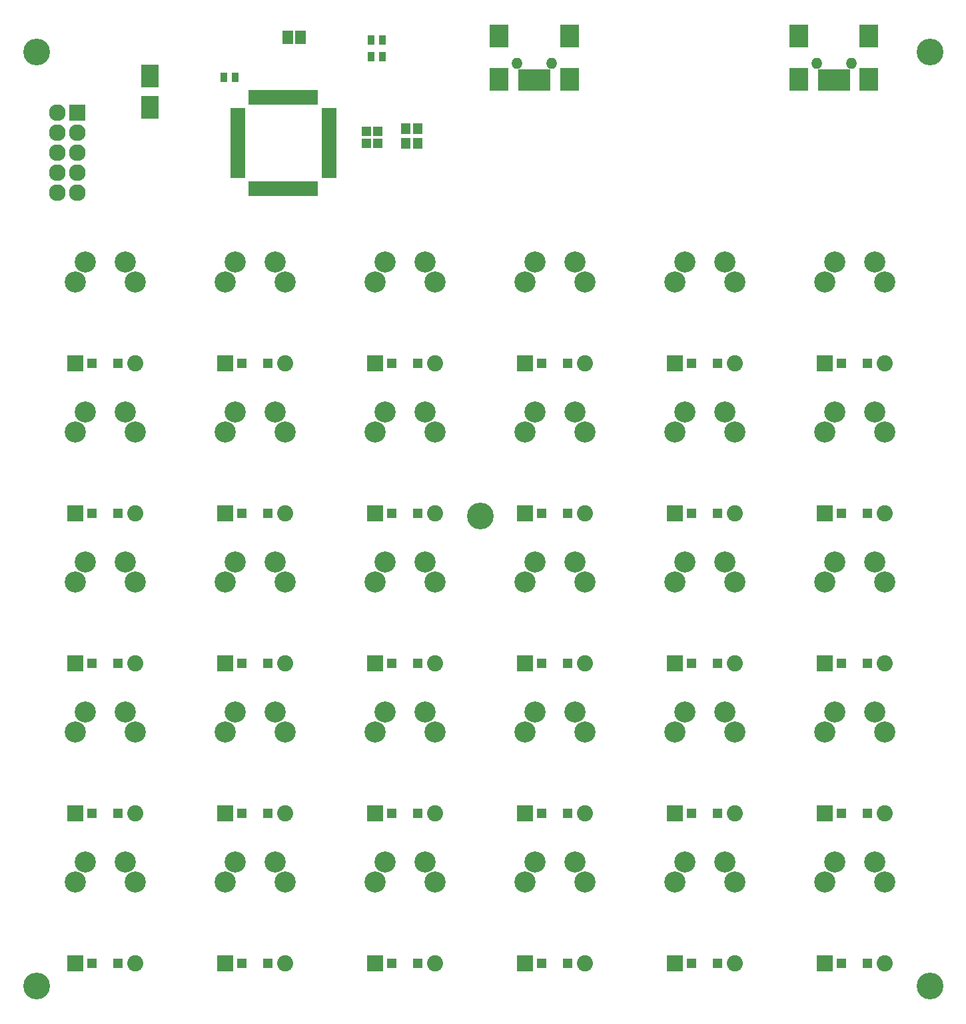
<source format=gbs>
G04 #@! TF.FileFunction,Soldermask,Bot*
%FSLAX46Y46*%
G04 Gerber Fmt 4.6, Leading zero omitted, Abs format (unit mm)*
G04 Created by KiCad (PCBNEW 4.0.3-stable) date 08/13/16 09:37:38*
%MOMM*%
%LPD*%
G01*
G04 APERTURE LIST*
%ADD10C,0.100000*%
%ADD11C,3.400000*%
%ADD12R,0.900000X1.900000*%
%ADD13R,1.900000X0.900000*%
%ADD14C,2.051000*%
%ADD15R,1.238200X1.238200*%
%ADD16R,2.051000X2.051000*%
%ADD17C,2.686000*%
%ADD18R,1.300000X1.400000*%
%ADD19R,2.127200X2.127200*%
%ADD20O,2.127200X2.127200*%
%ADD21R,1.390000X0.700000*%
%ADD22R,0.900000X2.700000*%
%ADD23R,2.400000X2.900000*%
%ADD24O,1.400000X1.400000*%
%ADD25R,1.200000X1.150000*%
%ADD26R,2.200860X2.899360*%
%ADD27R,0.900000X1.300000*%
G04 APERTURE END LIST*
D10*
D11*
X79502000Y-75692000D03*
X23114000Y-135382000D03*
X136652000Y-135382000D03*
X23114000Y-16764000D03*
D12*
X50489949Y-22502295D03*
X51289949Y-22502295D03*
X52089949Y-22502295D03*
X52889949Y-22502295D03*
X53689949Y-22502295D03*
X54489949Y-22502295D03*
X55289949Y-22502295D03*
X56089949Y-22502295D03*
X56889949Y-22502295D03*
X57689949Y-22502295D03*
X58489949Y-22502295D03*
D13*
X60289949Y-24302295D03*
X60289949Y-25102295D03*
X60289949Y-25902295D03*
X60289949Y-26702295D03*
X60289949Y-27502295D03*
X60289949Y-28302295D03*
X60289949Y-29102295D03*
X60289949Y-29902295D03*
X60289949Y-30702295D03*
X60289949Y-31502295D03*
X60289949Y-32302295D03*
D12*
X58489949Y-34102295D03*
X57689949Y-34102295D03*
X56889949Y-34102295D03*
X56089949Y-34102295D03*
X55289949Y-34102295D03*
X54489949Y-34102295D03*
X53689949Y-34102295D03*
X52889949Y-34102295D03*
X52089949Y-34102295D03*
X51289949Y-34102295D03*
X50489949Y-34102295D03*
D13*
X48689949Y-32302295D03*
X48689949Y-31502295D03*
X48689949Y-30702295D03*
X48689949Y-29902295D03*
X48689949Y-29102295D03*
X48689949Y-28302295D03*
X48689949Y-27502295D03*
X48689949Y-26702295D03*
X48689949Y-25902295D03*
X48689949Y-25102295D03*
X48689949Y-24302295D03*
D14*
X35659354Y-56257271D03*
D15*
X33513054Y-56257271D03*
D16*
X28039354Y-56257271D03*
D15*
X30185654Y-56257271D03*
D14*
X35659354Y-75307352D03*
D15*
X33513054Y-75307352D03*
D16*
X28039354Y-75307352D03*
D15*
X30185654Y-75307352D03*
D14*
X35659354Y-94357433D03*
D15*
X33513054Y-94357433D03*
D16*
X28039354Y-94357433D03*
D15*
X30185654Y-94357433D03*
D14*
X35659354Y-113407515D03*
D15*
X33513054Y-113407515D03*
D16*
X28039354Y-113407515D03*
D15*
X30185654Y-113407515D03*
D14*
X35659354Y-132457596D03*
D15*
X33513054Y-132457596D03*
D16*
X28039354Y-132457596D03*
D15*
X30185654Y-132457596D03*
D14*
X54709435Y-56257271D03*
D15*
X52563135Y-56257271D03*
D16*
X47089435Y-56257271D03*
D15*
X49235735Y-56257271D03*
D14*
X54709435Y-75307352D03*
D15*
X52563135Y-75307352D03*
D16*
X47089435Y-75307352D03*
D15*
X49235735Y-75307352D03*
D14*
X54709435Y-94357433D03*
D15*
X52563135Y-94357433D03*
D16*
X47089435Y-94357433D03*
D15*
X49235735Y-94357433D03*
D14*
X54709435Y-113407515D03*
D15*
X52563135Y-113407515D03*
D16*
X47089435Y-113407515D03*
D15*
X49235735Y-113407515D03*
D14*
X54709435Y-132457596D03*
D15*
X52563135Y-132457596D03*
D16*
X47089435Y-132457596D03*
D15*
X49235735Y-132457596D03*
D14*
X73759517Y-56257271D03*
D15*
X71613217Y-56257271D03*
D16*
X66139517Y-56257271D03*
D15*
X68285817Y-56257271D03*
D14*
X73759517Y-75307352D03*
D15*
X71613217Y-75307352D03*
D16*
X66139517Y-75307352D03*
D15*
X68285817Y-75307352D03*
D14*
X73759517Y-94357433D03*
D15*
X71613217Y-94357433D03*
D16*
X66139517Y-94357433D03*
D15*
X68285817Y-94357433D03*
D14*
X73759517Y-113407515D03*
D15*
X71613217Y-113407515D03*
D16*
X66139517Y-113407515D03*
D15*
X68285817Y-113407515D03*
D14*
X73759517Y-132457596D03*
D15*
X71613217Y-132457596D03*
D16*
X66139517Y-132457596D03*
D15*
X68285817Y-132457596D03*
D14*
X92809598Y-56257271D03*
D15*
X90663298Y-56257271D03*
D16*
X85189598Y-56257271D03*
D15*
X87335898Y-56257271D03*
D14*
X92809598Y-75307352D03*
D15*
X90663298Y-75307352D03*
D16*
X85189598Y-75307352D03*
D15*
X87335898Y-75307352D03*
D14*
X92809598Y-94357433D03*
D15*
X90663298Y-94357433D03*
D16*
X85189598Y-94357433D03*
D15*
X87335898Y-94357433D03*
D14*
X92809598Y-113407515D03*
D15*
X90663298Y-113407515D03*
D16*
X85189598Y-113407515D03*
D15*
X87335898Y-113407515D03*
D14*
X92809598Y-132457596D03*
D15*
X90663298Y-132457596D03*
D16*
X85189598Y-132457596D03*
D15*
X87335898Y-132457596D03*
D14*
X111859679Y-56257271D03*
D15*
X109713379Y-56257271D03*
D16*
X104239679Y-56257271D03*
D15*
X106385979Y-56257271D03*
D14*
X111859679Y-75307352D03*
D15*
X109713379Y-75307352D03*
D16*
X104239679Y-75307352D03*
D15*
X106385979Y-75307352D03*
D14*
X111859679Y-94357433D03*
D15*
X109713379Y-94357433D03*
D16*
X104239679Y-94357433D03*
D15*
X106385979Y-94357433D03*
D14*
X111859679Y-113407515D03*
D15*
X109713379Y-113407515D03*
D16*
X104239679Y-113407515D03*
D15*
X106385979Y-113407515D03*
D14*
X111859679Y-132457596D03*
D15*
X109713379Y-132457596D03*
D16*
X104239679Y-132457596D03*
D15*
X106385979Y-132457596D03*
D14*
X130909761Y-56257271D03*
D15*
X128763461Y-56257271D03*
D16*
X123289761Y-56257271D03*
D15*
X125436061Y-56257271D03*
D14*
X130909761Y-75307352D03*
D15*
X128763461Y-75307352D03*
D16*
X123289761Y-75307352D03*
D15*
X125436061Y-75307352D03*
D14*
X130909761Y-94357433D03*
D15*
X128763461Y-94357433D03*
D16*
X123289761Y-94357433D03*
D15*
X125436061Y-94357433D03*
D14*
X130909761Y-113407515D03*
D15*
X128763461Y-113407515D03*
D16*
X123289761Y-113407515D03*
D15*
X125436061Y-113407515D03*
D14*
X130909761Y-132457596D03*
D15*
X128763461Y-132457596D03*
D16*
X123289761Y-132457596D03*
D15*
X125436061Y-132457596D03*
D17*
X34389354Y-119638500D03*
X28039354Y-122178500D03*
X35659354Y-122178500D03*
X29309354Y-119638500D03*
X53439435Y-119638500D03*
X47089435Y-122178500D03*
X54709435Y-122178500D03*
X48359435Y-119638500D03*
X72489517Y-119638500D03*
X66139517Y-122178500D03*
X73759517Y-122178500D03*
X67409517Y-119638500D03*
X91539598Y-119638500D03*
X85189598Y-122178500D03*
X92809598Y-122178500D03*
X86459598Y-119638500D03*
X110589679Y-119638500D03*
X104239679Y-122178500D03*
X111859679Y-122178500D03*
X105509679Y-119638500D03*
X34389354Y-100588419D03*
X28039354Y-103128419D03*
X35659354Y-103128419D03*
X29309354Y-100588419D03*
X53439435Y-100588419D03*
X47089435Y-103128419D03*
X54709435Y-103128419D03*
X48359435Y-100588419D03*
X72489517Y-100588419D03*
X66139517Y-103128419D03*
X73759517Y-103128419D03*
X67409517Y-100588419D03*
X91539598Y-100588419D03*
X85189598Y-103128419D03*
X92809598Y-103128419D03*
X86459598Y-100588419D03*
X110589679Y-100588419D03*
X104239679Y-103128419D03*
X111859679Y-103128419D03*
X105509679Y-100588419D03*
X34389354Y-81538338D03*
X28039354Y-84078338D03*
X35659354Y-84078338D03*
X29309354Y-81538338D03*
X53439435Y-81538338D03*
X47089435Y-84078338D03*
X54709435Y-84078338D03*
X48359435Y-81538338D03*
X72489517Y-81538338D03*
X66139517Y-84078338D03*
X73759517Y-84078338D03*
X67409517Y-81538338D03*
X91539598Y-81538338D03*
X85189598Y-84078338D03*
X92809598Y-84078338D03*
X86459598Y-81538338D03*
X110589679Y-81538338D03*
X104239679Y-84078338D03*
X111859679Y-84078338D03*
X105509679Y-81538338D03*
X34389354Y-62488257D03*
X28039354Y-65028257D03*
X35659354Y-65028257D03*
X29309354Y-62488257D03*
X53439435Y-62488257D03*
X47089435Y-65028257D03*
X54709435Y-65028257D03*
X48359435Y-62488257D03*
X72489517Y-62488257D03*
X66139517Y-65028257D03*
X73759517Y-65028257D03*
X67409517Y-62488257D03*
X91539598Y-62488257D03*
X85189598Y-65028257D03*
X92809598Y-65028257D03*
X86459598Y-62488257D03*
X110589679Y-62488257D03*
X104239679Y-65028257D03*
X111859679Y-65028257D03*
X105509679Y-62488257D03*
X34389354Y-43438175D03*
X28039354Y-45978175D03*
X35659354Y-45978175D03*
X29309354Y-43438175D03*
X53439435Y-43438175D03*
X47089435Y-45978175D03*
X54709435Y-45978175D03*
X48359435Y-43438175D03*
X72489517Y-43438175D03*
X66139517Y-45978175D03*
X73759517Y-45978175D03*
X67409517Y-43438175D03*
X91539598Y-43438175D03*
X85189598Y-45978175D03*
X92809598Y-45978175D03*
X86459598Y-43438175D03*
X110589679Y-43438175D03*
X104239679Y-45978175D03*
X111859679Y-45978175D03*
X105509679Y-43438175D03*
X129639761Y-119638500D03*
X123289761Y-122178500D03*
X130909761Y-122178500D03*
X124559761Y-119638500D03*
X129639761Y-100588419D03*
X123289761Y-103128419D03*
X130909761Y-103128419D03*
X124559761Y-100588419D03*
X129639761Y-81538338D03*
X123289761Y-84078338D03*
X130909761Y-84078338D03*
X124559761Y-81538338D03*
X129639761Y-62488257D03*
X123289761Y-65028257D03*
X130909761Y-65028257D03*
X124559761Y-62488257D03*
X129639761Y-43438175D03*
X123289761Y-45978175D03*
X130909761Y-45978175D03*
X124559761Y-43438175D03*
D18*
X70059849Y-28335755D03*
X70059849Y-26485755D03*
X71609849Y-26485755D03*
X71609849Y-28335755D03*
D19*
X28338109Y-24438955D03*
D20*
X25798109Y-24438955D03*
X28338109Y-26978955D03*
X25798109Y-26978955D03*
X28338109Y-29518955D03*
X25798109Y-29518955D03*
X28338109Y-32058955D03*
X25798109Y-32058955D03*
X28338109Y-34598955D03*
X25798109Y-34598955D03*
D21*
X56669840Y-14359000D03*
X56669840Y-14859000D03*
X56669840Y-15359000D03*
X55059840Y-15359000D03*
X55059840Y-14859000D03*
X55059840Y-14359000D03*
D22*
X84795560Y-20270600D03*
X85595560Y-20270600D03*
X86395560Y-20270600D03*
X87195560Y-20270600D03*
X87995560Y-20270600D03*
D23*
X81945560Y-14670600D03*
X90845560Y-14670600D03*
X81945560Y-20170600D03*
X90845560Y-20170600D03*
D24*
X84195560Y-18170600D03*
X88595560Y-18170600D03*
X126660000Y-18196000D03*
X122260000Y-18196000D03*
D22*
X122860000Y-20296000D03*
X123660000Y-20296000D03*
X124460000Y-20296000D03*
X125260000Y-20296000D03*
X126060000Y-20296000D03*
D23*
X120010000Y-14696000D03*
X128910000Y-14696000D03*
X120010000Y-20196000D03*
X128910000Y-20196000D03*
D24*
X122260000Y-18196000D03*
X126660000Y-18196000D03*
D25*
X66532789Y-28302295D03*
X65032789Y-28302295D03*
X66532789Y-26816395D03*
X65032789Y-26816395D03*
D26*
X37550689Y-19765355D03*
X37550689Y-23763315D03*
D27*
X65627149Y-15226375D03*
X67127149Y-15226375D03*
X65627149Y-17306635D03*
X67127149Y-17306635D03*
X46904809Y-19981255D03*
X48404809Y-19981255D03*
D11*
X136652000Y-16764000D03*
M02*

</source>
